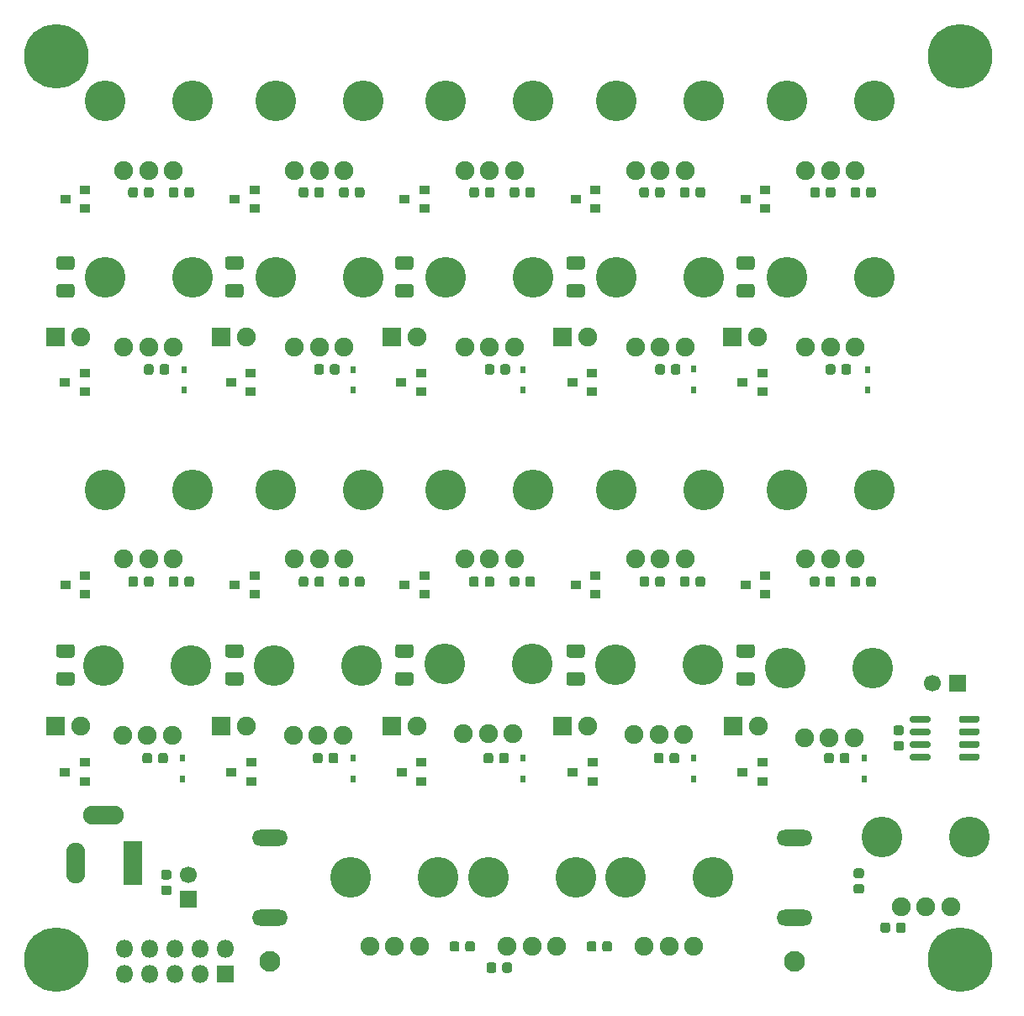
<source format=gbr>
%TF.GenerationSoftware,KiCad,Pcbnew,(5.1.6)-1*%
%TF.CreationDate,2020-10-05T18:02:00+02:00*%
%TF.ProjectId,KOSMO Mega Drone,4b4f534d-4f20-44d6-9567-612044726f6e,rev?*%
%TF.SameCoordinates,Original*%
%TF.FileFunction,Soldermask,Top*%
%TF.FilePolarity,Negative*%
%FSLAX46Y46*%
G04 Gerber Fmt 4.6, Leading zero omitted, Abs format (unit mm)*
G04 Created by KiCad (PCBNEW (5.1.6)-1) date 2020-10-05 18:02:00*
%MOMM*%
%LPD*%
G01*
G04 APERTURE LIST*
%ADD10C,2.100000*%
%ADD11O,3.600000X1.624000*%
%ADD12R,1.900000X4.500000*%
%ADD13O,1.900000X4.100000*%
%ADD14O,4.100000X1.900000*%
%ADD15C,6.500000*%
%ADD16C,0.900000*%
%ADD17C,4.100000*%
%ADD18C,1.900000*%
%ADD19R,1.000000X0.900000*%
%ADD20O,1.800000X1.800000*%
%ADD21R,1.800000X1.800000*%
%ADD22R,0.550000X0.700000*%
%ADD23R,1.900000X1.900000*%
%ADD24C,1.700000*%
%ADD25R,1.700000X1.700000*%
G04 APERTURE END LIST*
D10*
%TO.C,J3*%
X138328400Y-113207800D03*
D11*
X138328400Y-108762800D03*
X138328400Y-100761800D03*
%TD*%
D10*
%TO.C,J1*%
X85496400Y-113207800D03*
D11*
X85496400Y-108762800D03*
X85496400Y-100761800D03*
%TD*%
D12*
%TO.C,J4*%
X71678800Y-103276400D03*
D13*
X65878800Y-103276400D03*
D14*
X68678800Y-98476400D03*
%TD*%
%TO.C,U1*%
G36*
G01*
X154888100Y-88960000D02*
X154888100Y-88610000D01*
G75*
G02*
X155063100Y-88435000I175000J0D01*
G01*
X156763100Y-88435000D01*
G75*
G02*
X156938100Y-88610000I0J-175000D01*
G01*
X156938100Y-88960000D01*
G75*
G02*
X156763100Y-89135000I-175000J0D01*
G01*
X155063100Y-89135000D01*
G75*
G02*
X154888100Y-88960000I0J175000D01*
G01*
G37*
G36*
G01*
X154888100Y-90230000D02*
X154888100Y-89880000D01*
G75*
G02*
X155063100Y-89705000I175000J0D01*
G01*
X156763100Y-89705000D01*
G75*
G02*
X156938100Y-89880000I0J-175000D01*
G01*
X156938100Y-90230000D01*
G75*
G02*
X156763100Y-90405000I-175000J0D01*
G01*
X155063100Y-90405000D01*
G75*
G02*
X154888100Y-90230000I0J175000D01*
G01*
G37*
G36*
G01*
X154888100Y-91500000D02*
X154888100Y-91150000D01*
G75*
G02*
X155063100Y-90975000I175000J0D01*
G01*
X156763100Y-90975000D01*
G75*
G02*
X156938100Y-91150000I0J-175000D01*
G01*
X156938100Y-91500000D01*
G75*
G02*
X156763100Y-91675000I-175000J0D01*
G01*
X155063100Y-91675000D01*
G75*
G02*
X154888100Y-91500000I0J175000D01*
G01*
G37*
G36*
G01*
X154888100Y-92770000D02*
X154888100Y-92420000D01*
G75*
G02*
X155063100Y-92245000I175000J0D01*
G01*
X156763100Y-92245000D01*
G75*
G02*
X156938100Y-92420000I0J-175000D01*
G01*
X156938100Y-92770000D01*
G75*
G02*
X156763100Y-92945000I-175000J0D01*
G01*
X155063100Y-92945000D01*
G75*
G02*
X154888100Y-92770000I0J175000D01*
G01*
G37*
G36*
G01*
X149938100Y-92770000D02*
X149938100Y-92420000D01*
G75*
G02*
X150113100Y-92245000I175000J0D01*
G01*
X151813100Y-92245000D01*
G75*
G02*
X151988100Y-92420000I0J-175000D01*
G01*
X151988100Y-92770000D01*
G75*
G02*
X151813100Y-92945000I-175000J0D01*
G01*
X150113100Y-92945000D01*
G75*
G02*
X149938100Y-92770000I0J175000D01*
G01*
G37*
G36*
G01*
X149938100Y-91500000D02*
X149938100Y-91150000D01*
G75*
G02*
X150113100Y-90975000I175000J0D01*
G01*
X151813100Y-90975000D01*
G75*
G02*
X151988100Y-91150000I0J-175000D01*
G01*
X151988100Y-91500000D01*
G75*
G02*
X151813100Y-91675000I-175000J0D01*
G01*
X150113100Y-91675000D01*
G75*
G02*
X149938100Y-91500000I0J175000D01*
G01*
G37*
G36*
G01*
X149938100Y-90230000D02*
X149938100Y-89880000D01*
G75*
G02*
X150113100Y-89705000I175000J0D01*
G01*
X151813100Y-89705000D01*
G75*
G02*
X151988100Y-89880000I0J-175000D01*
G01*
X151988100Y-90230000D01*
G75*
G02*
X151813100Y-90405000I-175000J0D01*
G01*
X150113100Y-90405000D01*
G75*
G02*
X149938100Y-90230000I0J175000D01*
G01*
G37*
G36*
G01*
X149938100Y-88960000D02*
X149938100Y-88610000D01*
G75*
G02*
X150113100Y-88435000I175000J0D01*
G01*
X151813100Y-88435000D01*
G75*
G02*
X151988100Y-88610000I0J-175000D01*
G01*
X151988100Y-88960000D01*
G75*
G02*
X151813100Y-89135000I-175000J0D01*
G01*
X150113100Y-89135000D01*
G75*
G02*
X149938100Y-88960000I0J175000D01*
G01*
G37*
%TD*%
D15*
%TO.C,REF\u002A\u002A*%
X64000000Y-113000000D03*
D16*
X66400000Y-113000000D03*
X65697056Y-114697056D03*
X64000000Y-115400000D03*
X62302944Y-114697056D03*
X61600000Y-113000000D03*
X62302944Y-111302944D03*
X64000000Y-110600000D03*
X65697056Y-111302944D03*
%TD*%
%TO.C,REF\u002A\u002A*%
X156697056Y-111302944D03*
X155000000Y-110600000D03*
X153302944Y-111302944D03*
X152600000Y-113000000D03*
X153302944Y-114697056D03*
X155000000Y-115400000D03*
X156697056Y-114697056D03*
X157400000Y-113000000D03*
D15*
X155000000Y-113000000D03*
%TD*%
%TO.C,REF\u002A\u002A*%
X155000000Y-22000000D03*
D16*
X157400000Y-22000000D03*
X156697056Y-23697056D03*
X155000000Y-24400000D03*
X153302944Y-23697056D03*
X152600000Y-22000000D03*
X153302944Y-20302944D03*
X155000000Y-19600000D03*
X156697056Y-20302944D03*
%TD*%
%TO.C,REF\u002A\u002A*%
X65697056Y-20302944D03*
X64000000Y-19600000D03*
X62302944Y-20302944D03*
X61600000Y-22000000D03*
X62302944Y-23697056D03*
X64000000Y-24400000D03*
X65697056Y-23697056D03*
X66400000Y-22000000D03*
D15*
X64000000Y-22000000D03*
%TD*%
D17*
%TO.C,RV24*%
X155925600Y-100670600D03*
X147125600Y-100670600D03*
D18*
X154025600Y-107670600D03*
X151525600Y-107670600D03*
X149025600Y-107670600D03*
%TD*%
D17*
%TO.C,RV23*%
X130068400Y-104683800D03*
X121268400Y-104683800D03*
D18*
X128168400Y-111683800D03*
X125668400Y-111683800D03*
X123168400Y-111683800D03*
%TD*%
D17*
%TO.C,RV22*%
X116250800Y-104683800D03*
X107450800Y-104683800D03*
D18*
X114350800Y-111683800D03*
X111850800Y-111683800D03*
X109350800Y-111683800D03*
%TD*%
D17*
%TO.C,RV21*%
X102433200Y-104683800D03*
X93633200Y-104683800D03*
D18*
X100533200Y-111683800D03*
X98033200Y-111683800D03*
X95533200Y-111683800D03*
%TD*%
D17*
%TO.C,RV20*%
X146197400Y-83647900D03*
X137397400Y-83647900D03*
D18*
X144297400Y-90647900D03*
X141797400Y-90647900D03*
X139297400Y-90647900D03*
%TD*%
D17*
%TO.C,RV19*%
X129033825Y-83317700D03*
X120233825Y-83317700D03*
D18*
X127133825Y-90317700D03*
X124633825Y-90317700D03*
X122133825Y-90317700D03*
%TD*%
D17*
%TO.C,RV18*%
X111870250Y-83216100D03*
X103070250Y-83216100D03*
D18*
X109970250Y-90216100D03*
X107470250Y-90216100D03*
X104970250Y-90216100D03*
%TD*%
D17*
%TO.C,RV17*%
X94706675Y-83419300D03*
X85906675Y-83419300D03*
D18*
X92806675Y-90419300D03*
X90306675Y-90419300D03*
X87806675Y-90419300D03*
%TD*%
D17*
%TO.C,RV16*%
X77543100Y-83419300D03*
X68743100Y-83419300D03*
D18*
X75643100Y-90419300D03*
X73143100Y-90419300D03*
X70643100Y-90419300D03*
%TD*%
D17*
%TO.C,RV15*%
X146324400Y-65664100D03*
X137524400Y-65664100D03*
D18*
X144424400Y-72664100D03*
X141924400Y-72664100D03*
X139424400Y-72664100D03*
%TD*%
D17*
%TO.C,RV14*%
X129160825Y-65664100D03*
X120360825Y-65664100D03*
D18*
X127260825Y-72664100D03*
X124760825Y-72664100D03*
X122260825Y-72664100D03*
%TD*%
D17*
%TO.C,RV13*%
X111997250Y-65664100D03*
X103197250Y-65664100D03*
D18*
X110097250Y-72664100D03*
X107597250Y-72664100D03*
X105097250Y-72664100D03*
%TD*%
D17*
%TO.C,RV12*%
X94833675Y-65664100D03*
X86033675Y-65664100D03*
D18*
X92933675Y-72664100D03*
X90433675Y-72664100D03*
X87933675Y-72664100D03*
%TD*%
D17*
%TO.C,RV11*%
X77670100Y-65664100D03*
X68870100Y-65664100D03*
D18*
X75770100Y-72664100D03*
X73270100Y-72664100D03*
X70770100Y-72664100D03*
%TD*%
D17*
%TO.C,RV10*%
X146324400Y-44272500D03*
X137524400Y-44272500D03*
D18*
X144424400Y-51272500D03*
X141924400Y-51272500D03*
X139424400Y-51272500D03*
%TD*%
D17*
%TO.C,RV9*%
X129160825Y-44272500D03*
X120360825Y-44272500D03*
D18*
X127260825Y-51272500D03*
X124760825Y-51272500D03*
X122260825Y-51272500D03*
%TD*%
D17*
%TO.C,RV8*%
X111997250Y-44272500D03*
X103197250Y-44272500D03*
D18*
X110097250Y-51272500D03*
X107597250Y-51272500D03*
X105097250Y-51272500D03*
%TD*%
D17*
%TO.C,RV7*%
X94833675Y-44272500D03*
X86033675Y-44272500D03*
D18*
X92933675Y-51272500D03*
X90433675Y-51272500D03*
X87933675Y-51272500D03*
%TD*%
D17*
%TO.C,RV6*%
X77670100Y-44272500D03*
X68870100Y-44272500D03*
D18*
X75770100Y-51272500D03*
X73270100Y-51272500D03*
X70770100Y-51272500D03*
%TD*%
D17*
%TO.C,RV5*%
X146324400Y-26528000D03*
X137524400Y-26528000D03*
D18*
X144424400Y-33528000D03*
X141924400Y-33528000D03*
X139424400Y-33528000D03*
%TD*%
D17*
%TO.C,RV4*%
X129160825Y-26528000D03*
X120360825Y-26528000D03*
D18*
X127260825Y-33528000D03*
X124760825Y-33528000D03*
X122260825Y-33528000D03*
%TD*%
D17*
%TO.C,RV3*%
X111997250Y-26528000D03*
X103197250Y-26528000D03*
D18*
X110097250Y-33528000D03*
X107597250Y-33528000D03*
X105097250Y-33528000D03*
%TD*%
D17*
%TO.C,RV2*%
X94833675Y-26528000D03*
X86033675Y-26528000D03*
D18*
X92933675Y-33528000D03*
X90433675Y-33528000D03*
X87933675Y-33528000D03*
%TD*%
D17*
%TO.C,RV1*%
X77670100Y-26528000D03*
X68870100Y-26528000D03*
D18*
X75770100Y-33528000D03*
X73270100Y-33528000D03*
X70770100Y-33528000D03*
%TD*%
%TO.C,R35*%
G36*
G01*
X145061250Y-104792500D02*
X144498750Y-104792500D01*
G75*
G02*
X144255000Y-104548750I0J243750D01*
G01*
X144255000Y-104061250D01*
G75*
G02*
X144498750Y-103817500I243750J0D01*
G01*
X145061250Y-103817500D01*
G75*
G02*
X145305000Y-104061250I0J-243750D01*
G01*
X145305000Y-104548750D01*
G75*
G02*
X145061250Y-104792500I-243750J0D01*
G01*
G37*
G36*
G01*
X145061250Y-106367500D02*
X144498750Y-106367500D01*
G75*
G02*
X144255000Y-106123750I0J243750D01*
G01*
X144255000Y-105636250D01*
G75*
G02*
X144498750Y-105392500I243750J0D01*
G01*
X145061250Y-105392500D01*
G75*
G02*
X145305000Y-105636250I0J-243750D01*
G01*
X145305000Y-106123750D01*
G75*
G02*
X145061250Y-106367500I-243750J0D01*
G01*
G37*
%TD*%
%TO.C,R34*%
G36*
G01*
X104551200Y-111402550D02*
X104551200Y-111965050D01*
G75*
G02*
X104307450Y-112208800I-243750J0D01*
G01*
X103819950Y-112208800D01*
G75*
G02*
X103576200Y-111965050I0J243750D01*
G01*
X103576200Y-111402550D01*
G75*
G02*
X103819950Y-111158800I243750J0D01*
G01*
X104307450Y-111158800D01*
G75*
G02*
X104551200Y-111402550I0J-243750D01*
G01*
G37*
G36*
G01*
X106126200Y-111402550D02*
X106126200Y-111965050D01*
G75*
G02*
X105882450Y-112208800I-243750J0D01*
G01*
X105394950Y-112208800D01*
G75*
G02*
X105151200Y-111965050I0J243750D01*
G01*
X105151200Y-111402550D01*
G75*
G02*
X105394950Y-111158800I243750J0D01*
G01*
X105882450Y-111158800D01*
G75*
G02*
X106126200Y-111402550I0J-243750D01*
G01*
G37*
%TD*%
%TO.C,R33*%
G36*
G01*
X149074450Y-90390700D02*
X148511950Y-90390700D01*
G75*
G02*
X148268200Y-90146950I0J243750D01*
G01*
X148268200Y-89659450D01*
G75*
G02*
X148511950Y-89415700I243750J0D01*
G01*
X149074450Y-89415700D01*
G75*
G02*
X149318200Y-89659450I0J-243750D01*
G01*
X149318200Y-90146950D01*
G75*
G02*
X149074450Y-90390700I-243750J0D01*
G01*
G37*
G36*
G01*
X149074450Y-91965700D02*
X148511950Y-91965700D01*
G75*
G02*
X148268200Y-91721950I0J243750D01*
G01*
X148268200Y-91234450D01*
G75*
G02*
X148511950Y-90990700I243750J0D01*
G01*
X149074450Y-90990700D01*
G75*
G02*
X149318200Y-91234450I0J-243750D01*
G01*
X149318200Y-91721950D01*
G75*
G02*
X149074450Y-91965700I-243750J0D01*
G01*
G37*
%TD*%
%TO.C,R32*%
G36*
G01*
X118356100Y-111402550D02*
X118356100Y-111965050D01*
G75*
G02*
X118112350Y-112208800I-243750J0D01*
G01*
X117624850Y-112208800D01*
G75*
G02*
X117381100Y-111965050I0J243750D01*
G01*
X117381100Y-111402550D01*
G75*
G02*
X117624850Y-111158800I243750J0D01*
G01*
X118112350Y-111158800D01*
G75*
G02*
X118356100Y-111402550I0J-243750D01*
G01*
G37*
G36*
G01*
X119931100Y-111402550D02*
X119931100Y-111965050D01*
G75*
G02*
X119687350Y-112208800I-243750J0D01*
G01*
X119199850Y-112208800D01*
G75*
G02*
X118956100Y-111965050I0J243750D01*
G01*
X118956100Y-111402550D01*
G75*
G02*
X119199850Y-111158800I243750J0D01*
G01*
X119687350Y-111158800D01*
G75*
G02*
X119931100Y-111402550I0J-243750D01*
G01*
G37*
%TD*%
%TO.C,R31*%
G36*
G01*
X108272200Y-113536150D02*
X108272200Y-114098650D01*
G75*
G02*
X108028450Y-114342400I-243750J0D01*
G01*
X107540950Y-114342400D01*
G75*
G02*
X107297200Y-114098650I0J243750D01*
G01*
X107297200Y-113536150D01*
G75*
G02*
X107540950Y-113292400I243750J0D01*
G01*
X108028450Y-113292400D01*
G75*
G02*
X108272200Y-113536150I0J-243750D01*
G01*
G37*
G36*
G01*
X109847200Y-113536150D02*
X109847200Y-114098650D01*
G75*
G02*
X109603450Y-114342400I-243750J0D01*
G01*
X109115950Y-114342400D01*
G75*
G02*
X108872200Y-114098650I0J243750D01*
G01*
X108872200Y-113536150D01*
G75*
G02*
X109115950Y-113292400I243750J0D01*
G01*
X109603450Y-113292400D01*
G75*
G02*
X109847200Y-113536150I0J-243750D01*
G01*
G37*
%TD*%
%TO.C,R30*%
G36*
G01*
X142870200Y-92991250D02*
X142870200Y-92428750D01*
G75*
G02*
X143113950Y-92185000I243750J0D01*
G01*
X143601450Y-92185000D01*
G75*
G02*
X143845200Y-92428750I0J-243750D01*
G01*
X143845200Y-92991250D01*
G75*
G02*
X143601450Y-93235000I-243750J0D01*
G01*
X143113950Y-93235000D01*
G75*
G02*
X142870200Y-92991250I0J243750D01*
G01*
G37*
G36*
G01*
X141295200Y-92991250D02*
X141295200Y-92428750D01*
G75*
G02*
X141538950Y-92185000I243750J0D01*
G01*
X142026450Y-92185000D01*
G75*
G02*
X142270200Y-92428750I0J-243750D01*
G01*
X142270200Y-92991250D01*
G75*
G02*
X142026450Y-93235000I-243750J0D01*
G01*
X141538950Y-93235000D01*
G75*
G02*
X141295200Y-92991250I0J243750D01*
G01*
G37*
%TD*%
%TO.C,R29*%
G36*
G01*
X125725200Y-92991250D02*
X125725200Y-92428750D01*
G75*
G02*
X125968950Y-92185000I243750J0D01*
G01*
X126456450Y-92185000D01*
G75*
G02*
X126700200Y-92428750I0J-243750D01*
G01*
X126700200Y-92991250D01*
G75*
G02*
X126456450Y-93235000I-243750J0D01*
G01*
X125968950Y-93235000D01*
G75*
G02*
X125725200Y-92991250I0J243750D01*
G01*
G37*
G36*
G01*
X124150200Y-92991250D02*
X124150200Y-92428750D01*
G75*
G02*
X124393950Y-92185000I243750J0D01*
G01*
X124881450Y-92185000D01*
G75*
G02*
X125125200Y-92428750I0J-243750D01*
G01*
X125125200Y-92991250D01*
G75*
G02*
X124881450Y-93235000I-243750J0D01*
G01*
X124393950Y-93235000D01*
G75*
G02*
X124150200Y-92991250I0J243750D01*
G01*
G37*
%TD*%
%TO.C,R28*%
G36*
G01*
X108554800Y-92991250D02*
X108554800Y-92428750D01*
G75*
G02*
X108798550Y-92185000I243750J0D01*
G01*
X109286050Y-92185000D01*
G75*
G02*
X109529800Y-92428750I0J-243750D01*
G01*
X109529800Y-92991250D01*
G75*
G02*
X109286050Y-93235000I-243750J0D01*
G01*
X108798550Y-93235000D01*
G75*
G02*
X108554800Y-92991250I0J243750D01*
G01*
G37*
G36*
G01*
X106979800Y-92991250D02*
X106979800Y-92428750D01*
G75*
G02*
X107223550Y-92185000I243750J0D01*
G01*
X107711050Y-92185000D01*
G75*
G02*
X107954800Y-92428750I0J-243750D01*
G01*
X107954800Y-92991250D01*
G75*
G02*
X107711050Y-93235000I-243750J0D01*
G01*
X107223550Y-93235000D01*
G75*
G02*
X106979800Y-92991250I0J243750D01*
G01*
G37*
%TD*%
%TO.C,R27*%
G36*
G01*
X91384400Y-92991250D02*
X91384400Y-92428750D01*
G75*
G02*
X91628150Y-92185000I243750J0D01*
G01*
X92115650Y-92185000D01*
G75*
G02*
X92359400Y-92428750I0J-243750D01*
G01*
X92359400Y-92991250D01*
G75*
G02*
X92115650Y-93235000I-243750J0D01*
G01*
X91628150Y-93235000D01*
G75*
G02*
X91384400Y-92991250I0J243750D01*
G01*
G37*
G36*
G01*
X89809400Y-92991250D02*
X89809400Y-92428750D01*
G75*
G02*
X90053150Y-92185000I243750J0D01*
G01*
X90540650Y-92185000D01*
G75*
G02*
X90784400Y-92428750I0J-243750D01*
G01*
X90784400Y-92991250D01*
G75*
G02*
X90540650Y-93235000I-243750J0D01*
G01*
X90053150Y-93235000D01*
G75*
G02*
X89809400Y-92991250I0J243750D01*
G01*
G37*
%TD*%
%TO.C,R26*%
G36*
G01*
X74214000Y-92991250D02*
X74214000Y-92428750D01*
G75*
G02*
X74457750Y-92185000I243750J0D01*
G01*
X74945250Y-92185000D01*
G75*
G02*
X75189000Y-92428750I0J-243750D01*
G01*
X75189000Y-92991250D01*
G75*
G02*
X74945250Y-93235000I-243750J0D01*
G01*
X74457750Y-93235000D01*
G75*
G02*
X74214000Y-92991250I0J243750D01*
G01*
G37*
G36*
G01*
X72639000Y-92991250D02*
X72639000Y-92428750D01*
G75*
G02*
X72882750Y-92185000I243750J0D01*
G01*
X73370250Y-92185000D01*
G75*
G02*
X73614000Y-92428750I0J-243750D01*
G01*
X73614000Y-92991250D01*
G75*
G02*
X73370250Y-93235000I-243750J0D01*
G01*
X72882750Y-93235000D01*
G75*
G02*
X72639000Y-92991250I0J243750D01*
G01*
G37*
%TD*%
%TO.C,R25*%
G36*
G01*
X140822300Y-74648750D02*
X140822300Y-75211250D01*
G75*
G02*
X140578550Y-75455000I-243750J0D01*
G01*
X140091050Y-75455000D01*
G75*
G02*
X139847300Y-75211250I0J243750D01*
G01*
X139847300Y-74648750D01*
G75*
G02*
X140091050Y-74405000I243750J0D01*
G01*
X140578550Y-74405000D01*
G75*
G02*
X140822300Y-74648750I0J-243750D01*
G01*
G37*
G36*
G01*
X142397300Y-74648750D02*
X142397300Y-75211250D01*
G75*
G02*
X142153550Y-75455000I-243750J0D01*
G01*
X141666050Y-75455000D01*
G75*
G02*
X141422300Y-75211250I0J243750D01*
G01*
X141422300Y-74648750D01*
G75*
G02*
X141666050Y-74405000I243750J0D01*
G01*
X142153550Y-74405000D01*
G75*
G02*
X142397300Y-74648750I0J-243750D01*
G01*
G37*
%TD*%
%TO.C,R24*%
G36*
G01*
X123677300Y-74648750D02*
X123677300Y-75211250D01*
G75*
G02*
X123433550Y-75455000I-243750J0D01*
G01*
X122946050Y-75455000D01*
G75*
G02*
X122702300Y-75211250I0J243750D01*
G01*
X122702300Y-74648750D01*
G75*
G02*
X122946050Y-74405000I243750J0D01*
G01*
X123433550Y-74405000D01*
G75*
G02*
X123677300Y-74648750I0J-243750D01*
G01*
G37*
G36*
G01*
X125252300Y-74648750D02*
X125252300Y-75211250D01*
G75*
G02*
X125008550Y-75455000I-243750J0D01*
G01*
X124521050Y-75455000D01*
G75*
G02*
X124277300Y-75211250I0J243750D01*
G01*
X124277300Y-74648750D01*
G75*
G02*
X124521050Y-74405000I243750J0D01*
G01*
X125008550Y-74405000D01*
G75*
G02*
X125252300Y-74648750I0J-243750D01*
G01*
G37*
%TD*%
%TO.C,R23*%
G36*
G01*
X106506900Y-74648750D02*
X106506900Y-75211250D01*
G75*
G02*
X106263150Y-75455000I-243750J0D01*
G01*
X105775650Y-75455000D01*
G75*
G02*
X105531900Y-75211250I0J243750D01*
G01*
X105531900Y-74648750D01*
G75*
G02*
X105775650Y-74405000I243750J0D01*
G01*
X106263150Y-74405000D01*
G75*
G02*
X106506900Y-74648750I0J-243750D01*
G01*
G37*
G36*
G01*
X108081900Y-74648750D02*
X108081900Y-75211250D01*
G75*
G02*
X107838150Y-75455000I-243750J0D01*
G01*
X107350650Y-75455000D01*
G75*
G02*
X107106900Y-75211250I0J243750D01*
G01*
X107106900Y-74648750D01*
G75*
G02*
X107350650Y-74405000I243750J0D01*
G01*
X107838150Y-74405000D01*
G75*
G02*
X108081900Y-74648750I0J-243750D01*
G01*
G37*
%TD*%
%TO.C,R22*%
G36*
G01*
X89356000Y-74648750D02*
X89356000Y-75211250D01*
G75*
G02*
X89112250Y-75455000I-243750J0D01*
G01*
X88624750Y-75455000D01*
G75*
G02*
X88381000Y-75211250I0J243750D01*
G01*
X88381000Y-74648750D01*
G75*
G02*
X88624750Y-74405000I243750J0D01*
G01*
X89112250Y-74405000D01*
G75*
G02*
X89356000Y-74648750I0J-243750D01*
G01*
G37*
G36*
G01*
X90931000Y-74648750D02*
X90931000Y-75211250D01*
G75*
G02*
X90687250Y-75455000I-243750J0D01*
G01*
X90199750Y-75455000D01*
G75*
G02*
X89956000Y-75211250I0J243750D01*
G01*
X89956000Y-74648750D01*
G75*
G02*
X90199750Y-74405000I243750J0D01*
G01*
X90687250Y-74405000D01*
G75*
G02*
X90931000Y-74648750I0J-243750D01*
G01*
G37*
%TD*%
%TO.C,R21*%
G36*
G01*
X72191500Y-74648750D02*
X72191500Y-75211250D01*
G75*
G02*
X71947750Y-75455000I-243750J0D01*
G01*
X71460250Y-75455000D01*
G75*
G02*
X71216500Y-75211250I0J243750D01*
G01*
X71216500Y-74648750D01*
G75*
G02*
X71460250Y-74405000I243750J0D01*
G01*
X71947750Y-74405000D01*
G75*
G02*
X72191500Y-74648750I0J-243750D01*
G01*
G37*
G36*
G01*
X73766500Y-74648750D02*
X73766500Y-75211250D01*
G75*
G02*
X73522750Y-75455000I-243750J0D01*
G01*
X73035250Y-75455000D01*
G75*
G02*
X72791500Y-75211250I0J243750D01*
G01*
X72791500Y-74648750D01*
G75*
G02*
X73035250Y-74405000I243750J0D01*
G01*
X73522750Y-74405000D01*
G75*
G02*
X73766500Y-74648750I0J-243750D01*
G01*
G37*
%TD*%
%TO.C,R20*%
G36*
G01*
X144911900Y-74648750D02*
X144911900Y-75211250D01*
G75*
G02*
X144668150Y-75455000I-243750J0D01*
G01*
X144180650Y-75455000D01*
G75*
G02*
X143936900Y-75211250I0J243750D01*
G01*
X143936900Y-74648750D01*
G75*
G02*
X144180650Y-74405000I243750J0D01*
G01*
X144668150Y-74405000D01*
G75*
G02*
X144911900Y-74648750I0J-243750D01*
G01*
G37*
G36*
G01*
X146486900Y-74648750D02*
X146486900Y-75211250D01*
G75*
G02*
X146243150Y-75455000I-243750J0D01*
G01*
X145755650Y-75455000D01*
G75*
G02*
X145511900Y-75211250I0J243750D01*
G01*
X145511900Y-74648750D01*
G75*
G02*
X145755650Y-74405000I243750J0D01*
G01*
X146243150Y-74405000D01*
G75*
G02*
X146486900Y-74648750I0J-243750D01*
G01*
G37*
%TD*%
%TO.C,R19*%
G36*
G01*
X127741500Y-74648750D02*
X127741500Y-75211250D01*
G75*
G02*
X127497750Y-75455000I-243750J0D01*
G01*
X127010250Y-75455000D01*
G75*
G02*
X126766500Y-75211250I0J243750D01*
G01*
X126766500Y-74648750D01*
G75*
G02*
X127010250Y-74405000I243750J0D01*
G01*
X127497750Y-74405000D01*
G75*
G02*
X127741500Y-74648750I0J-243750D01*
G01*
G37*
G36*
G01*
X129316500Y-74648750D02*
X129316500Y-75211250D01*
G75*
G02*
X129072750Y-75455000I-243750J0D01*
G01*
X128585250Y-75455000D01*
G75*
G02*
X128341500Y-75211250I0J243750D01*
G01*
X128341500Y-74648750D01*
G75*
G02*
X128585250Y-74405000I243750J0D01*
G01*
X129072750Y-74405000D01*
G75*
G02*
X129316500Y-74648750I0J-243750D01*
G01*
G37*
%TD*%
%TO.C,R18*%
G36*
G01*
X110596500Y-74648750D02*
X110596500Y-75211250D01*
G75*
G02*
X110352750Y-75455000I-243750J0D01*
G01*
X109865250Y-75455000D01*
G75*
G02*
X109621500Y-75211250I0J243750D01*
G01*
X109621500Y-74648750D01*
G75*
G02*
X109865250Y-74405000I243750J0D01*
G01*
X110352750Y-74405000D01*
G75*
G02*
X110596500Y-74648750I0J-243750D01*
G01*
G37*
G36*
G01*
X112171500Y-74648750D02*
X112171500Y-75211250D01*
G75*
G02*
X111927750Y-75455000I-243750J0D01*
G01*
X111440250Y-75455000D01*
G75*
G02*
X111196500Y-75211250I0J243750D01*
G01*
X111196500Y-74648750D01*
G75*
G02*
X111440250Y-74405000I243750J0D01*
G01*
X111927750Y-74405000D01*
G75*
G02*
X112171500Y-74648750I0J-243750D01*
G01*
G37*
%TD*%
%TO.C,R17*%
G36*
G01*
X93426100Y-74648750D02*
X93426100Y-75211250D01*
G75*
G02*
X93182350Y-75455000I-243750J0D01*
G01*
X92694850Y-75455000D01*
G75*
G02*
X92451100Y-75211250I0J243750D01*
G01*
X92451100Y-74648750D01*
G75*
G02*
X92694850Y-74405000I243750J0D01*
G01*
X93182350Y-74405000D01*
G75*
G02*
X93426100Y-74648750I0J-243750D01*
G01*
G37*
G36*
G01*
X95001100Y-74648750D02*
X95001100Y-75211250D01*
G75*
G02*
X94757350Y-75455000I-243750J0D01*
G01*
X94269850Y-75455000D01*
G75*
G02*
X94026100Y-75211250I0J243750D01*
G01*
X94026100Y-74648750D01*
G75*
G02*
X94269850Y-74405000I243750J0D01*
G01*
X94757350Y-74405000D01*
G75*
G02*
X95001100Y-74648750I0J-243750D01*
G01*
G37*
%TD*%
%TO.C,R16*%
G36*
G01*
X76255700Y-74648750D02*
X76255700Y-75211250D01*
G75*
G02*
X76011950Y-75455000I-243750J0D01*
G01*
X75524450Y-75455000D01*
G75*
G02*
X75280700Y-75211250I0J243750D01*
G01*
X75280700Y-74648750D01*
G75*
G02*
X75524450Y-74405000I243750J0D01*
G01*
X76011950Y-74405000D01*
G75*
G02*
X76255700Y-74648750I0J-243750D01*
G01*
G37*
G36*
G01*
X77830700Y-74648750D02*
X77830700Y-75211250D01*
G75*
G02*
X77586950Y-75455000I-243750J0D01*
G01*
X77099450Y-75455000D01*
G75*
G02*
X76855700Y-75211250I0J243750D01*
G01*
X76855700Y-74648750D01*
G75*
G02*
X77099450Y-74405000I243750J0D01*
G01*
X77586950Y-74405000D01*
G75*
G02*
X77830700Y-74648750I0J-243750D01*
G01*
G37*
%TD*%
%TO.C,R15*%
G36*
G01*
X143022600Y-53824450D02*
X143022600Y-53261950D01*
G75*
G02*
X143266350Y-53018200I243750J0D01*
G01*
X143753850Y-53018200D01*
G75*
G02*
X143997600Y-53261950I0J-243750D01*
G01*
X143997600Y-53824450D01*
G75*
G02*
X143753850Y-54068200I-243750J0D01*
G01*
X143266350Y-54068200D01*
G75*
G02*
X143022600Y-53824450I0J243750D01*
G01*
G37*
G36*
G01*
X141447600Y-53824450D02*
X141447600Y-53261950D01*
G75*
G02*
X141691350Y-53018200I243750J0D01*
G01*
X142178850Y-53018200D01*
G75*
G02*
X142422600Y-53261950I0J-243750D01*
G01*
X142422600Y-53824450D01*
G75*
G02*
X142178850Y-54068200I-243750J0D01*
G01*
X141691350Y-54068200D01*
G75*
G02*
X141447600Y-53824450I0J243750D01*
G01*
G37*
%TD*%
%TO.C,R14*%
G36*
G01*
X125852200Y-53824450D02*
X125852200Y-53261950D01*
G75*
G02*
X126095950Y-53018200I243750J0D01*
G01*
X126583450Y-53018200D01*
G75*
G02*
X126827200Y-53261950I0J-243750D01*
G01*
X126827200Y-53824450D01*
G75*
G02*
X126583450Y-54068200I-243750J0D01*
G01*
X126095950Y-54068200D01*
G75*
G02*
X125852200Y-53824450I0J243750D01*
G01*
G37*
G36*
G01*
X124277200Y-53824450D02*
X124277200Y-53261950D01*
G75*
G02*
X124520950Y-53018200I243750J0D01*
G01*
X125008450Y-53018200D01*
G75*
G02*
X125252200Y-53261950I0J-243750D01*
G01*
X125252200Y-53824450D01*
G75*
G02*
X125008450Y-54068200I-243750J0D01*
G01*
X124520950Y-54068200D01*
G75*
G02*
X124277200Y-53824450I0J243750D01*
G01*
G37*
%TD*%
%TO.C,R13*%
G36*
G01*
X108681800Y-53824450D02*
X108681800Y-53261950D01*
G75*
G02*
X108925550Y-53018200I243750J0D01*
G01*
X109413050Y-53018200D01*
G75*
G02*
X109656800Y-53261950I0J-243750D01*
G01*
X109656800Y-53824450D01*
G75*
G02*
X109413050Y-54068200I-243750J0D01*
G01*
X108925550Y-54068200D01*
G75*
G02*
X108681800Y-53824450I0J243750D01*
G01*
G37*
G36*
G01*
X107106800Y-53824450D02*
X107106800Y-53261950D01*
G75*
G02*
X107350550Y-53018200I243750J0D01*
G01*
X107838050Y-53018200D01*
G75*
G02*
X108081800Y-53261950I0J-243750D01*
G01*
X108081800Y-53824450D01*
G75*
G02*
X107838050Y-54068200I-243750J0D01*
G01*
X107350550Y-54068200D01*
G75*
G02*
X107106800Y-53824450I0J243750D01*
G01*
G37*
%TD*%
%TO.C,R12*%
G36*
G01*
X91511400Y-53824450D02*
X91511400Y-53261950D01*
G75*
G02*
X91755150Y-53018200I243750J0D01*
G01*
X92242650Y-53018200D01*
G75*
G02*
X92486400Y-53261950I0J-243750D01*
G01*
X92486400Y-53824450D01*
G75*
G02*
X92242650Y-54068200I-243750J0D01*
G01*
X91755150Y-54068200D01*
G75*
G02*
X91511400Y-53824450I0J243750D01*
G01*
G37*
G36*
G01*
X89936400Y-53824450D02*
X89936400Y-53261950D01*
G75*
G02*
X90180150Y-53018200I243750J0D01*
G01*
X90667650Y-53018200D01*
G75*
G02*
X90911400Y-53261950I0J-243750D01*
G01*
X90911400Y-53824450D01*
G75*
G02*
X90667650Y-54068200I-243750J0D01*
G01*
X90180150Y-54068200D01*
G75*
G02*
X89936400Y-53824450I0J243750D01*
G01*
G37*
%TD*%
%TO.C,R11*%
G36*
G01*
X74366500Y-53824450D02*
X74366500Y-53261950D01*
G75*
G02*
X74610250Y-53018200I243750J0D01*
G01*
X75097750Y-53018200D01*
G75*
G02*
X75341500Y-53261950I0J-243750D01*
G01*
X75341500Y-53824450D01*
G75*
G02*
X75097750Y-54068200I-243750J0D01*
G01*
X74610250Y-54068200D01*
G75*
G02*
X74366500Y-53824450I0J243750D01*
G01*
G37*
G36*
G01*
X72791500Y-53824450D02*
X72791500Y-53261950D01*
G75*
G02*
X73035250Y-53018200I243750J0D01*
G01*
X73522750Y-53018200D01*
G75*
G02*
X73766500Y-53261950I0J-243750D01*
G01*
X73766500Y-53824450D01*
G75*
G02*
X73522750Y-54068200I-243750J0D01*
G01*
X73035250Y-54068200D01*
G75*
G02*
X72791500Y-53824450I0J243750D01*
G01*
G37*
%TD*%
%TO.C,R10*%
G36*
G01*
X140847800Y-35431150D02*
X140847800Y-35993650D01*
G75*
G02*
X140604050Y-36237400I-243750J0D01*
G01*
X140116550Y-36237400D01*
G75*
G02*
X139872800Y-35993650I0J243750D01*
G01*
X139872800Y-35431150D01*
G75*
G02*
X140116550Y-35187400I243750J0D01*
G01*
X140604050Y-35187400D01*
G75*
G02*
X140847800Y-35431150I0J-243750D01*
G01*
G37*
G36*
G01*
X142422800Y-35431150D02*
X142422800Y-35993650D01*
G75*
G02*
X142179050Y-36237400I-243750J0D01*
G01*
X141691550Y-36237400D01*
G75*
G02*
X141447800Y-35993650I0J243750D01*
G01*
X141447800Y-35431150D01*
G75*
G02*
X141691550Y-35187400I243750J0D01*
G01*
X142179050Y-35187400D01*
G75*
G02*
X142422800Y-35431150I0J-243750D01*
G01*
G37*
%TD*%
%TO.C,R9*%
G36*
G01*
X123652000Y-35431150D02*
X123652000Y-35993650D01*
G75*
G02*
X123408250Y-36237400I-243750J0D01*
G01*
X122920750Y-36237400D01*
G75*
G02*
X122677000Y-35993650I0J243750D01*
G01*
X122677000Y-35431150D01*
G75*
G02*
X122920750Y-35187400I243750J0D01*
G01*
X123408250Y-35187400D01*
G75*
G02*
X123652000Y-35431150I0J-243750D01*
G01*
G37*
G36*
G01*
X125227000Y-35431150D02*
X125227000Y-35993650D01*
G75*
G02*
X124983250Y-36237400I-243750J0D01*
G01*
X124495750Y-36237400D01*
G75*
G02*
X124252000Y-35993650I0J243750D01*
G01*
X124252000Y-35431150D01*
G75*
G02*
X124495750Y-35187400I243750J0D01*
G01*
X124983250Y-35187400D01*
G75*
G02*
X125227000Y-35431150I0J-243750D01*
G01*
G37*
%TD*%
%TO.C,R8*%
G36*
G01*
X106532400Y-35431150D02*
X106532400Y-35993650D01*
G75*
G02*
X106288650Y-36237400I-243750J0D01*
G01*
X105801150Y-36237400D01*
G75*
G02*
X105557400Y-35993650I0J243750D01*
G01*
X105557400Y-35431150D01*
G75*
G02*
X105801150Y-35187400I243750J0D01*
G01*
X106288650Y-35187400D01*
G75*
G02*
X106532400Y-35431150I0J-243750D01*
G01*
G37*
G36*
G01*
X108107400Y-35431150D02*
X108107400Y-35993650D01*
G75*
G02*
X107863650Y-36237400I-243750J0D01*
G01*
X107376150Y-36237400D01*
G75*
G02*
X107132400Y-35993650I0J243750D01*
G01*
X107132400Y-35431150D01*
G75*
G02*
X107376150Y-35187400I243750J0D01*
G01*
X107863650Y-35187400D01*
G75*
G02*
X108107400Y-35431150I0J-243750D01*
G01*
G37*
%TD*%
%TO.C,R7*%
G36*
G01*
X89349300Y-35431150D02*
X89349300Y-35993650D01*
G75*
G02*
X89105550Y-36237400I-243750J0D01*
G01*
X88618050Y-36237400D01*
G75*
G02*
X88374300Y-35993650I0J243750D01*
G01*
X88374300Y-35431150D01*
G75*
G02*
X88618050Y-35187400I243750J0D01*
G01*
X89105550Y-35187400D01*
G75*
G02*
X89349300Y-35431150I0J-243750D01*
G01*
G37*
G36*
G01*
X90924300Y-35431150D02*
X90924300Y-35993650D01*
G75*
G02*
X90680550Y-36237400I-243750J0D01*
G01*
X90193050Y-36237400D01*
G75*
G02*
X89949300Y-35993650I0J243750D01*
G01*
X89949300Y-35431150D01*
G75*
G02*
X90193050Y-35187400I243750J0D01*
G01*
X90680550Y-35187400D01*
G75*
G02*
X90924300Y-35431150I0J-243750D01*
G01*
G37*
%TD*%
%TO.C,R6*%
G36*
G01*
X72178800Y-35431150D02*
X72178800Y-35993650D01*
G75*
G02*
X71935050Y-36237400I-243750J0D01*
G01*
X71447550Y-36237400D01*
G75*
G02*
X71203800Y-35993650I0J243750D01*
G01*
X71203800Y-35431150D01*
G75*
G02*
X71447550Y-35187400I243750J0D01*
G01*
X71935050Y-35187400D01*
G75*
G02*
X72178800Y-35431150I0J-243750D01*
G01*
G37*
G36*
G01*
X73753800Y-35431150D02*
X73753800Y-35993650D01*
G75*
G02*
X73510050Y-36237400I-243750J0D01*
G01*
X73022550Y-36237400D01*
G75*
G02*
X72778800Y-35993650I0J243750D01*
G01*
X72778800Y-35431150D01*
G75*
G02*
X73022550Y-35187400I243750J0D01*
G01*
X73510050Y-35187400D01*
G75*
G02*
X73753800Y-35431150I0J-243750D01*
G01*
G37*
%TD*%
%TO.C,R5*%
G36*
G01*
X144911800Y-35431150D02*
X144911800Y-35993650D01*
G75*
G02*
X144668050Y-36237400I-243750J0D01*
G01*
X144180550Y-36237400D01*
G75*
G02*
X143936800Y-35993650I0J243750D01*
G01*
X143936800Y-35431150D01*
G75*
G02*
X144180550Y-35187400I243750J0D01*
G01*
X144668050Y-35187400D01*
G75*
G02*
X144911800Y-35431150I0J-243750D01*
G01*
G37*
G36*
G01*
X146486800Y-35431150D02*
X146486800Y-35993650D01*
G75*
G02*
X146243050Y-36237400I-243750J0D01*
G01*
X145755550Y-36237400D01*
G75*
G02*
X145511800Y-35993650I0J243750D01*
G01*
X145511800Y-35431150D01*
G75*
G02*
X145755550Y-35187400I243750J0D01*
G01*
X146243050Y-35187400D01*
G75*
G02*
X146486800Y-35431150I0J-243750D01*
G01*
G37*
%TD*%
%TO.C,R4*%
G36*
G01*
X127741400Y-35431150D02*
X127741400Y-35993650D01*
G75*
G02*
X127497650Y-36237400I-243750J0D01*
G01*
X127010150Y-36237400D01*
G75*
G02*
X126766400Y-35993650I0J243750D01*
G01*
X126766400Y-35431150D01*
G75*
G02*
X127010150Y-35187400I243750J0D01*
G01*
X127497650Y-35187400D01*
G75*
G02*
X127741400Y-35431150I0J-243750D01*
G01*
G37*
G36*
G01*
X129316400Y-35431150D02*
X129316400Y-35993650D01*
G75*
G02*
X129072650Y-36237400I-243750J0D01*
G01*
X128585150Y-36237400D01*
G75*
G02*
X128341400Y-35993650I0J243750D01*
G01*
X128341400Y-35431150D01*
G75*
G02*
X128585150Y-35187400I243750J0D01*
G01*
X129072650Y-35187400D01*
G75*
G02*
X129316400Y-35431150I0J-243750D01*
G01*
G37*
%TD*%
%TO.C,R3*%
G36*
G01*
X110596400Y-35431150D02*
X110596400Y-35993650D01*
G75*
G02*
X110352650Y-36237400I-243750J0D01*
G01*
X109865150Y-36237400D01*
G75*
G02*
X109621400Y-35993650I0J243750D01*
G01*
X109621400Y-35431150D01*
G75*
G02*
X109865150Y-35187400I243750J0D01*
G01*
X110352650Y-35187400D01*
G75*
G02*
X110596400Y-35431150I0J-243750D01*
G01*
G37*
G36*
G01*
X112171400Y-35431150D02*
X112171400Y-35993650D01*
G75*
G02*
X111927650Y-36237400I-243750J0D01*
G01*
X111440150Y-36237400D01*
G75*
G02*
X111196400Y-35993650I0J243750D01*
G01*
X111196400Y-35431150D01*
G75*
G02*
X111440150Y-35187400I243750J0D01*
G01*
X111927650Y-35187400D01*
G75*
G02*
X112171400Y-35431150I0J-243750D01*
G01*
G37*
%TD*%
%TO.C,R2*%
G36*
G01*
X93424200Y-35431150D02*
X93424200Y-35993650D01*
G75*
G02*
X93180450Y-36237400I-243750J0D01*
G01*
X92692950Y-36237400D01*
G75*
G02*
X92449200Y-35993650I0J243750D01*
G01*
X92449200Y-35431150D01*
G75*
G02*
X92692950Y-35187400I243750J0D01*
G01*
X93180450Y-35187400D01*
G75*
G02*
X93424200Y-35431150I0J-243750D01*
G01*
G37*
G36*
G01*
X94999200Y-35431150D02*
X94999200Y-35993650D01*
G75*
G02*
X94755450Y-36237400I-243750J0D01*
G01*
X94267950Y-36237400D01*
G75*
G02*
X94024200Y-35993650I0J243750D01*
G01*
X94024200Y-35431150D01*
G75*
G02*
X94267950Y-35187400I243750J0D01*
G01*
X94755450Y-35187400D01*
G75*
G02*
X94999200Y-35431150I0J-243750D01*
G01*
G37*
%TD*%
%TO.C,R1*%
G36*
G01*
X76255700Y-35431150D02*
X76255700Y-35993650D01*
G75*
G02*
X76011950Y-36237400I-243750J0D01*
G01*
X75524450Y-36237400D01*
G75*
G02*
X75280700Y-35993650I0J243750D01*
G01*
X75280700Y-35431150D01*
G75*
G02*
X75524450Y-35187400I243750J0D01*
G01*
X76011950Y-35187400D01*
G75*
G02*
X76255700Y-35431150I0J-243750D01*
G01*
G37*
G36*
G01*
X77830700Y-35431150D02*
X77830700Y-35993650D01*
G75*
G02*
X77586950Y-36237400I-243750J0D01*
G01*
X77099450Y-36237400D01*
G75*
G02*
X76855700Y-35993650I0J243750D01*
G01*
X76855700Y-35431150D01*
G75*
G02*
X77099450Y-35187400I243750J0D01*
G01*
X77586950Y-35187400D01*
G75*
G02*
X77830700Y-35431150I0J-243750D01*
G01*
G37*
%TD*%
D19*
%TO.C,Q20*%
X133086600Y-94107000D03*
X135086600Y-93157000D03*
X135086600Y-95057000D03*
%TD*%
%TO.C,Q19*%
X115941600Y-94107000D03*
X117941600Y-93157000D03*
X117941600Y-95057000D03*
%TD*%
%TO.C,Q18*%
X98745800Y-94107000D03*
X100745800Y-93157000D03*
X100745800Y-95057000D03*
%TD*%
%TO.C,Q17*%
X81575400Y-94107000D03*
X83575400Y-93157000D03*
X83575400Y-95057000D03*
%TD*%
%TO.C,Q16*%
X64836800Y-94107000D03*
X66836800Y-93157000D03*
X66836800Y-95057000D03*
%TD*%
%TO.C,Q15*%
X133366000Y-75234800D03*
X135366000Y-74284800D03*
X135366000Y-76184800D03*
%TD*%
%TO.C,Q14*%
X116271800Y-75234800D03*
X118271800Y-74284800D03*
X118271800Y-76184800D03*
%TD*%
%TO.C,Q13*%
X99025200Y-75234800D03*
X101025200Y-74284800D03*
X101025200Y-76184800D03*
%TD*%
%TO.C,Q12*%
X81905600Y-75234800D03*
X83905600Y-74284800D03*
X83905600Y-76184800D03*
%TD*%
%TO.C,Q11*%
X64862200Y-75234800D03*
X66862200Y-74284800D03*
X66862200Y-76184800D03*
%TD*%
%TO.C,Q10*%
X133061200Y-54851300D03*
X135061200Y-53901300D03*
X135061200Y-55801300D03*
%TD*%
%TO.C,Q9*%
X115916200Y-54851300D03*
X117916200Y-53901300D03*
X117916200Y-55801300D03*
%TD*%
%TO.C,Q8*%
X98720400Y-54851300D03*
X100720400Y-53901300D03*
X100720400Y-55801300D03*
%TD*%
%TO.C,Q7*%
X81550000Y-54851300D03*
X83550000Y-53901300D03*
X83550000Y-55801300D03*
%TD*%
%TO.C,Q6*%
X64811400Y-54851300D03*
X66811400Y-53901300D03*
X66811400Y-55801300D03*
%TD*%
%TO.C,Q5*%
X133366000Y-36372800D03*
X135366000Y-35422800D03*
X135366000Y-37322800D03*
%TD*%
%TO.C,Q4*%
X116271800Y-36372800D03*
X118271800Y-35422800D03*
X118271800Y-37322800D03*
%TD*%
%TO.C,Q3*%
X99025200Y-36372800D03*
X101025200Y-35422800D03*
X101025200Y-37322800D03*
%TD*%
%TO.C,Q2*%
X81905600Y-36372800D03*
X83905600Y-35422800D03*
X83905600Y-37322800D03*
%TD*%
%TO.C,Q1*%
X64862200Y-36372800D03*
X66862200Y-35422800D03*
X66862200Y-37322800D03*
%TD*%
D20*
%TO.C,J2*%
X70840000Y-111887000D03*
X70840000Y-114427000D03*
X73380000Y-111887000D03*
X73380000Y-114427000D03*
X75920000Y-111887000D03*
X75920000Y-114427000D03*
X78460000Y-111887000D03*
X78460000Y-114427000D03*
X81000000Y-111887000D03*
D21*
X81000000Y-114427000D03*
%TD*%
D22*
%TO.C,D20*%
X145313400Y-92701400D03*
X145313400Y-94801400D03*
%TD*%
%TO.C,D19*%
X128117600Y-92701400D03*
X128117600Y-94801400D03*
%TD*%
%TO.C,D18*%
X110972600Y-92701400D03*
X110972600Y-94801400D03*
%TD*%
%TO.C,D17*%
X93878400Y-92701400D03*
X93878400Y-94801400D03*
%TD*%
%TO.C,D16*%
X76657200Y-92701400D03*
X76657200Y-94801400D03*
%TD*%
D18*
%TO.C,D15*%
X134645400Y-89458800D03*
D23*
X132105400Y-89458800D03*
%TD*%
D18*
%TO.C,D14*%
X117475000Y-89458800D03*
D23*
X114935000Y-89458800D03*
%TD*%
D18*
%TO.C,D13*%
X100304600Y-89458800D03*
D23*
X97764600Y-89458800D03*
%TD*%
D18*
%TO.C,D12*%
X83134200Y-89458800D03*
D23*
X80594200Y-89458800D03*
%TD*%
D18*
%TO.C,D11*%
X66433700Y-89458800D03*
D23*
X63893700Y-89458800D03*
%TD*%
D22*
%TO.C,D10*%
X145694400Y-53547300D03*
X145694400Y-55647300D03*
%TD*%
%TO.C,D9*%
X128117600Y-53534600D03*
X128117600Y-55634600D03*
%TD*%
%TO.C,D8*%
X110972600Y-53547300D03*
X110972600Y-55647300D03*
%TD*%
%TO.C,D7*%
X93827600Y-53547300D03*
X93827600Y-55647300D03*
%TD*%
%TO.C,D6*%
X76822300Y-53547300D03*
X76822300Y-55647300D03*
%TD*%
D18*
%TO.C,D5*%
X134620000Y-50241200D03*
D23*
X132080000Y-50241200D03*
%TD*%
D18*
%TO.C,D4*%
X117449600Y-50253900D03*
D23*
X114909600Y-50253900D03*
%TD*%
D18*
%TO.C,D3*%
X100279200Y-50253900D03*
D23*
X97739200Y-50253900D03*
%TD*%
D18*
%TO.C,D2*%
X83108800Y-50253900D03*
D23*
X80568800Y-50253900D03*
%TD*%
D18*
%TO.C,D1*%
X66408300Y-50253900D03*
D23*
X63868300Y-50253900D03*
%TD*%
D24*
%TO.C,C14*%
X152211400Y-85140800D03*
D25*
X154711400Y-85140800D03*
%TD*%
%TO.C,C13*%
G36*
G01*
X148534400Y-110072750D02*
X148534400Y-109510250D01*
G75*
G02*
X148778150Y-109266500I243750J0D01*
G01*
X149265650Y-109266500D01*
G75*
G02*
X149509400Y-109510250I0J-243750D01*
G01*
X149509400Y-110072750D01*
G75*
G02*
X149265650Y-110316500I-243750J0D01*
G01*
X148778150Y-110316500D01*
G75*
G02*
X148534400Y-110072750I0J243750D01*
G01*
G37*
G36*
G01*
X146959400Y-110072750D02*
X146959400Y-109510250D01*
G75*
G02*
X147203150Y-109266500I243750J0D01*
G01*
X147690650Y-109266500D01*
G75*
G02*
X147934400Y-109510250I0J-243750D01*
G01*
X147934400Y-110072750D01*
G75*
G02*
X147690650Y-110316500I-243750J0D01*
G01*
X147203150Y-110316500D01*
G75*
G02*
X146959400Y-110072750I0J243750D01*
G01*
G37*
%TD*%
D24*
%TO.C,C12*%
X77279500Y-104446700D03*
D25*
X77279500Y-106946700D03*
%TD*%
%TO.C,C11*%
G36*
G01*
X74763050Y-105532300D02*
X75325550Y-105532300D01*
G75*
G02*
X75569300Y-105776050I0J-243750D01*
G01*
X75569300Y-106263550D01*
G75*
G02*
X75325550Y-106507300I-243750J0D01*
G01*
X74763050Y-106507300D01*
G75*
G02*
X74519300Y-106263550I0J243750D01*
G01*
X74519300Y-105776050D01*
G75*
G02*
X74763050Y-105532300I243750J0D01*
G01*
G37*
G36*
G01*
X74763050Y-103957300D02*
X75325550Y-103957300D01*
G75*
G02*
X75569300Y-104201050I0J-243750D01*
G01*
X75569300Y-104688550D01*
G75*
G02*
X75325550Y-104932300I-243750J0D01*
G01*
X74763050Y-104932300D01*
G75*
G02*
X74519300Y-104688550I0J243750D01*
G01*
X74519300Y-104201050D01*
G75*
G02*
X74763050Y-103957300I243750J0D01*
G01*
G37*
%TD*%
%TO.C,C10*%
G36*
G01*
X132720400Y-84037000D02*
X134030400Y-84037000D01*
G75*
G02*
X134300400Y-84307000I0J-270000D01*
G01*
X134300400Y-85117000D01*
G75*
G02*
X134030400Y-85387000I-270000J0D01*
G01*
X132720400Y-85387000D01*
G75*
G02*
X132450400Y-85117000I0J270000D01*
G01*
X132450400Y-84307000D01*
G75*
G02*
X132720400Y-84037000I270000J0D01*
G01*
G37*
G36*
G01*
X132720400Y-81237000D02*
X134030400Y-81237000D01*
G75*
G02*
X134300400Y-81507000I0J-270000D01*
G01*
X134300400Y-82317000D01*
G75*
G02*
X134030400Y-82587000I-270000J0D01*
G01*
X132720400Y-82587000D01*
G75*
G02*
X132450400Y-82317000I0J270000D01*
G01*
X132450400Y-81507000D01*
G75*
G02*
X132720400Y-81237000I270000J0D01*
G01*
G37*
%TD*%
%TO.C,C9*%
G36*
G01*
X115600800Y-84037000D02*
X116910800Y-84037000D01*
G75*
G02*
X117180800Y-84307000I0J-270000D01*
G01*
X117180800Y-85117000D01*
G75*
G02*
X116910800Y-85387000I-270000J0D01*
G01*
X115600800Y-85387000D01*
G75*
G02*
X115330800Y-85117000I0J270000D01*
G01*
X115330800Y-84307000D01*
G75*
G02*
X115600800Y-84037000I270000J0D01*
G01*
G37*
G36*
G01*
X115600800Y-81237000D02*
X116910800Y-81237000D01*
G75*
G02*
X117180800Y-81507000I0J-270000D01*
G01*
X117180800Y-82317000D01*
G75*
G02*
X116910800Y-82587000I-270000J0D01*
G01*
X115600800Y-82587000D01*
G75*
G02*
X115330800Y-82317000I0J270000D01*
G01*
X115330800Y-81507000D01*
G75*
G02*
X115600800Y-81237000I270000J0D01*
G01*
G37*
%TD*%
%TO.C,C8*%
G36*
G01*
X98354200Y-84037000D02*
X99664200Y-84037000D01*
G75*
G02*
X99934200Y-84307000I0J-270000D01*
G01*
X99934200Y-85117000D01*
G75*
G02*
X99664200Y-85387000I-270000J0D01*
G01*
X98354200Y-85387000D01*
G75*
G02*
X98084200Y-85117000I0J270000D01*
G01*
X98084200Y-84307000D01*
G75*
G02*
X98354200Y-84037000I270000J0D01*
G01*
G37*
G36*
G01*
X98354200Y-81237000D02*
X99664200Y-81237000D01*
G75*
G02*
X99934200Y-81507000I0J-270000D01*
G01*
X99934200Y-82317000D01*
G75*
G02*
X99664200Y-82587000I-270000J0D01*
G01*
X98354200Y-82587000D01*
G75*
G02*
X98084200Y-82317000I0J270000D01*
G01*
X98084200Y-81507000D01*
G75*
G02*
X98354200Y-81237000I270000J0D01*
G01*
G37*
%TD*%
%TO.C,C7*%
G36*
G01*
X81234600Y-84037000D02*
X82544600Y-84037000D01*
G75*
G02*
X82814600Y-84307000I0J-270000D01*
G01*
X82814600Y-85117000D01*
G75*
G02*
X82544600Y-85387000I-270000J0D01*
G01*
X81234600Y-85387000D01*
G75*
G02*
X80964600Y-85117000I0J270000D01*
G01*
X80964600Y-84307000D01*
G75*
G02*
X81234600Y-84037000I270000J0D01*
G01*
G37*
G36*
G01*
X81234600Y-81237000D02*
X82544600Y-81237000D01*
G75*
G02*
X82814600Y-81507000I0J-270000D01*
G01*
X82814600Y-82317000D01*
G75*
G02*
X82544600Y-82587000I-270000J0D01*
G01*
X81234600Y-82587000D01*
G75*
G02*
X80964600Y-82317000I0J270000D01*
G01*
X80964600Y-81507000D01*
G75*
G02*
X81234600Y-81237000I270000J0D01*
G01*
G37*
%TD*%
%TO.C,C6*%
G36*
G01*
X64229300Y-84037000D02*
X65539300Y-84037000D01*
G75*
G02*
X65809300Y-84307000I0J-270000D01*
G01*
X65809300Y-85117000D01*
G75*
G02*
X65539300Y-85387000I-270000J0D01*
G01*
X64229300Y-85387000D01*
G75*
G02*
X63959300Y-85117000I0J270000D01*
G01*
X63959300Y-84307000D01*
G75*
G02*
X64229300Y-84037000I270000J0D01*
G01*
G37*
G36*
G01*
X64229300Y-81237000D02*
X65539300Y-81237000D01*
G75*
G02*
X65809300Y-81507000I0J-270000D01*
G01*
X65809300Y-82317000D01*
G75*
G02*
X65539300Y-82587000I-270000J0D01*
G01*
X64229300Y-82587000D01*
G75*
G02*
X63959300Y-82317000I0J270000D01*
G01*
X63959300Y-81507000D01*
G75*
G02*
X64229300Y-81237000I270000J0D01*
G01*
G37*
%TD*%
%TO.C,C5*%
G36*
G01*
X132720400Y-44946400D02*
X134030400Y-44946400D01*
G75*
G02*
X134300400Y-45216400I0J-270000D01*
G01*
X134300400Y-46026400D01*
G75*
G02*
X134030400Y-46296400I-270000J0D01*
G01*
X132720400Y-46296400D01*
G75*
G02*
X132450400Y-46026400I0J270000D01*
G01*
X132450400Y-45216400D01*
G75*
G02*
X132720400Y-44946400I270000J0D01*
G01*
G37*
G36*
G01*
X132720400Y-42146400D02*
X134030400Y-42146400D01*
G75*
G02*
X134300400Y-42416400I0J-270000D01*
G01*
X134300400Y-43226400D01*
G75*
G02*
X134030400Y-43496400I-270000J0D01*
G01*
X132720400Y-43496400D01*
G75*
G02*
X132450400Y-43226400I0J270000D01*
G01*
X132450400Y-42416400D01*
G75*
G02*
X132720400Y-42146400I270000J0D01*
G01*
G37*
%TD*%
%TO.C,C4*%
G36*
G01*
X115600800Y-44946400D02*
X116910800Y-44946400D01*
G75*
G02*
X117180800Y-45216400I0J-270000D01*
G01*
X117180800Y-46026400D01*
G75*
G02*
X116910800Y-46296400I-270000J0D01*
G01*
X115600800Y-46296400D01*
G75*
G02*
X115330800Y-46026400I0J270000D01*
G01*
X115330800Y-45216400D01*
G75*
G02*
X115600800Y-44946400I270000J0D01*
G01*
G37*
G36*
G01*
X115600800Y-42146400D02*
X116910800Y-42146400D01*
G75*
G02*
X117180800Y-42416400I0J-270000D01*
G01*
X117180800Y-43226400D01*
G75*
G02*
X116910800Y-43496400I-270000J0D01*
G01*
X115600800Y-43496400D01*
G75*
G02*
X115330800Y-43226400I0J270000D01*
G01*
X115330800Y-42416400D01*
G75*
G02*
X115600800Y-42146400I270000J0D01*
G01*
G37*
%TD*%
%TO.C,C3*%
G36*
G01*
X98354200Y-44946400D02*
X99664200Y-44946400D01*
G75*
G02*
X99934200Y-45216400I0J-270000D01*
G01*
X99934200Y-46026400D01*
G75*
G02*
X99664200Y-46296400I-270000J0D01*
G01*
X98354200Y-46296400D01*
G75*
G02*
X98084200Y-46026400I0J270000D01*
G01*
X98084200Y-45216400D01*
G75*
G02*
X98354200Y-44946400I270000J0D01*
G01*
G37*
G36*
G01*
X98354200Y-42146400D02*
X99664200Y-42146400D01*
G75*
G02*
X99934200Y-42416400I0J-270000D01*
G01*
X99934200Y-43226400D01*
G75*
G02*
X99664200Y-43496400I-270000J0D01*
G01*
X98354200Y-43496400D01*
G75*
G02*
X98084200Y-43226400I0J270000D01*
G01*
X98084200Y-42416400D01*
G75*
G02*
X98354200Y-42146400I270000J0D01*
G01*
G37*
%TD*%
%TO.C,C2*%
G36*
G01*
X81234600Y-44946400D02*
X82544600Y-44946400D01*
G75*
G02*
X82814600Y-45216400I0J-270000D01*
G01*
X82814600Y-46026400D01*
G75*
G02*
X82544600Y-46296400I-270000J0D01*
G01*
X81234600Y-46296400D01*
G75*
G02*
X80964600Y-46026400I0J270000D01*
G01*
X80964600Y-45216400D01*
G75*
G02*
X81234600Y-44946400I270000J0D01*
G01*
G37*
G36*
G01*
X81234600Y-42146400D02*
X82544600Y-42146400D01*
G75*
G02*
X82814600Y-42416400I0J-270000D01*
G01*
X82814600Y-43226400D01*
G75*
G02*
X82544600Y-43496400I-270000J0D01*
G01*
X81234600Y-43496400D01*
G75*
G02*
X80964600Y-43226400I0J270000D01*
G01*
X80964600Y-42416400D01*
G75*
G02*
X81234600Y-42146400I270000J0D01*
G01*
G37*
%TD*%
%TO.C,C1*%
G36*
G01*
X64229300Y-44946400D02*
X65539300Y-44946400D01*
G75*
G02*
X65809300Y-45216400I0J-270000D01*
G01*
X65809300Y-46026400D01*
G75*
G02*
X65539300Y-46296400I-270000J0D01*
G01*
X64229300Y-46296400D01*
G75*
G02*
X63959300Y-46026400I0J270000D01*
G01*
X63959300Y-45216400D01*
G75*
G02*
X64229300Y-44946400I270000J0D01*
G01*
G37*
G36*
G01*
X64229300Y-42146400D02*
X65539300Y-42146400D01*
G75*
G02*
X65809300Y-42416400I0J-270000D01*
G01*
X65809300Y-43226400D01*
G75*
G02*
X65539300Y-43496400I-270000J0D01*
G01*
X64229300Y-43496400D01*
G75*
G02*
X63959300Y-43226400I0J270000D01*
G01*
X63959300Y-42416400D01*
G75*
G02*
X64229300Y-42146400I270000J0D01*
G01*
G37*
%TD*%
M02*

</source>
